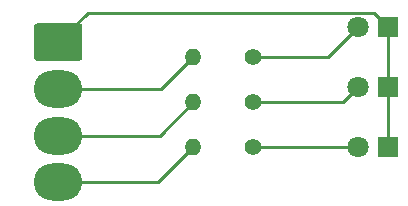
<source format=gbr>
%TF.GenerationSoftware,KiCad,Pcbnew,(5.1.9)-1*%
%TF.CreationDate,2021-01-20T17:57:45+09:00*%
%TF.ProjectId,test3_uno,74657374-335f-4756-9e6f-2e6b69636164,rev?*%
%TF.SameCoordinates,Original*%
%TF.FileFunction,Copper,L1,Top*%
%TF.FilePolarity,Positive*%
%FSLAX46Y46*%
G04 Gerber Fmt 4.6, Leading zero omitted, Abs format (unit mm)*
G04 Created by KiCad (PCBNEW (5.1.9)-1) date 2021-01-20 17:57:45*
%MOMM*%
%LPD*%
G01*
G04 APERTURE LIST*
%TA.AperFunction,ComponentPad*%
%ADD10O,1.400000X1.400000*%
%TD*%
%TA.AperFunction,ComponentPad*%
%ADD11C,1.400000*%
%TD*%
%TA.AperFunction,ComponentPad*%
%ADD12O,4.100000X3.160000*%
%TD*%
%TA.AperFunction,ComponentPad*%
%ADD13C,1.800000*%
%TD*%
%TA.AperFunction,ComponentPad*%
%ADD14R,1.800000X1.800000*%
%TD*%
%TA.AperFunction,Conductor*%
%ADD15C,0.250000*%
%TD*%
G04 APERTURE END LIST*
D10*
%TO.P,R3,2*%
%TO.N,Net-(J1-Pad4)*%
X125730000Y-99060000D03*
D11*
%TO.P,R3,1*%
%TO.N,Net-(D3-Pad2)*%
X130810000Y-99060000D03*
%TD*%
D10*
%TO.P,R2,2*%
%TO.N,Net-(J1-Pad3)*%
X125730000Y-95250000D03*
D11*
%TO.P,R2,1*%
%TO.N,Net-(D2-Pad2)*%
X130810000Y-95250000D03*
%TD*%
D10*
%TO.P,R1,2*%
%TO.N,Net-(J1-Pad2)*%
X125730000Y-91440000D03*
D11*
%TO.P,R1,1*%
%TO.N,Net-(D1-Pad2)*%
X130810000Y-91440000D03*
%TD*%
D12*
%TO.P,J1,4*%
%TO.N,Net-(J1-Pad4)*%
X114300000Y-102050000D03*
%TO.P,J1,3*%
%TO.N,Net-(J1-Pad3)*%
X114300000Y-98090000D03*
%TO.P,J1,2*%
%TO.N,Net-(J1-Pad2)*%
X114300000Y-94130000D03*
%TO.P,J1,1*%
%TO.N,Net-(D1-Pad1)*%
%TA.AperFunction,ComponentPad*%
G36*
G01*
X112500000Y-88590000D02*
X116100000Y-88590000D01*
G75*
G02*
X116350000Y-88840000I0J-250000D01*
G01*
X116350000Y-91500000D01*
G75*
G02*
X116100000Y-91750000I-250000J0D01*
G01*
X112500000Y-91750000D01*
G75*
G02*
X112250000Y-91500000I0J250000D01*
G01*
X112250000Y-88840000D01*
G75*
G02*
X112500000Y-88590000I250000J0D01*
G01*
G37*
%TD.AperFunction*%
%TD*%
D13*
%TO.P,D3,2*%
%TO.N,Net-(D3-Pad2)*%
X139700000Y-99060000D03*
D14*
%TO.P,D3,1*%
%TO.N,Net-(D1-Pad1)*%
X142240000Y-99060000D03*
%TD*%
D13*
%TO.P,D2,2*%
%TO.N,Net-(D2-Pad2)*%
X139700000Y-93980000D03*
D14*
%TO.P,D2,1*%
%TO.N,Net-(D1-Pad1)*%
X142240000Y-93980000D03*
%TD*%
D13*
%TO.P,D1,2*%
%TO.N,Net-(D1-Pad2)*%
X139700000Y-88900000D03*
D14*
%TO.P,D1,1*%
%TO.N,Net-(D1-Pad1)*%
X142240000Y-88900000D03*
%TD*%
D15*
%TO.N,Net-(D1-Pad2)*%
X137160000Y-91440000D02*
X139700000Y-88900000D01*
X130810000Y-91440000D02*
X137160000Y-91440000D01*
%TO.N,Net-(D1-Pad1)*%
X141014999Y-87674999D02*
X142240000Y-88900000D01*
X116795001Y-87674999D02*
X141014999Y-87674999D01*
X114300000Y-90170000D02*
X116795001Y-87674999D01*
X142240000Y-88900000D02*
X142240000Y-93980000D01*
X142240000Y-93980000D02*
X142240000Y-99060000D01*
%TO.N,Net-(D2-Pad2)*%
X138430000Y-95250000D02*
X139700000Y-93980000D01*
X130810000Y-95250000D02*
X138430000Y-95250000D01*
%TO.N,Net-(D3-Pad2)*%
X130810000Y-99060000D02*
X139700000Y-99060000D01*
%TO.N,Net-(J1-Pad4)*%
X122740000Y-102050000D02*
X125730000Y-99060000D01*
X114300000Y-102050000D02*
X122740000Y-102050000D01*
%TO.N,Net-(J1-Pad3)*%
X122890000Y-98090000D02*
X125730000Y-95250000D01*
X114300000Y-98090000D02*
X122890000Y-98090000D01*
%TO.N,Net-(J1-Pad2)*%
X123040000Y-94130000D02*
X125730000Y-91440000D01*
X114300000Y-94130000D02*
X123040000Y-94130000D01*
%TD*%
M02*

</source>
